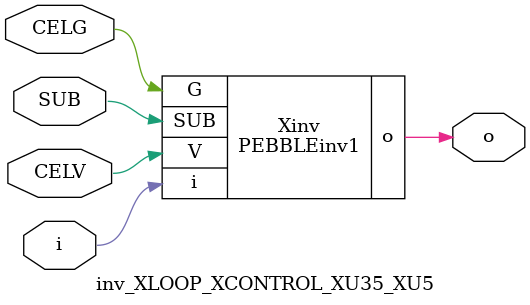
<source format=v>



module PEBBLEinv1 ( o, G, SUB, V, i );

  input V;
  input i;
  input G;
  output o;
  input SUB;
endmodule

//Celera Confidential Do Not Copy inv_XLOOP_XCONTROL_XU35_XU5
//Celera Confidential Symbol Generator
//5V Inverter
module inv_XLOOP_XCONTROL_XU35_XU5 (CELV,CELG,i,o,SUB);
input CELV;
input CELG;
input i;
input SUB;
output o;

//Celera Confidential Do Not Copy inv
PEBBLEinv1 Xinv(
.V (CELV),
.i (i),
.o (o),
.SUB (SUB),
.G (CELG)
);
//,diesize,PEBBLEinv1

//Celera Confidential Do Not Copy Module End
//Celera Schematic Generator
endmodule

</source>
